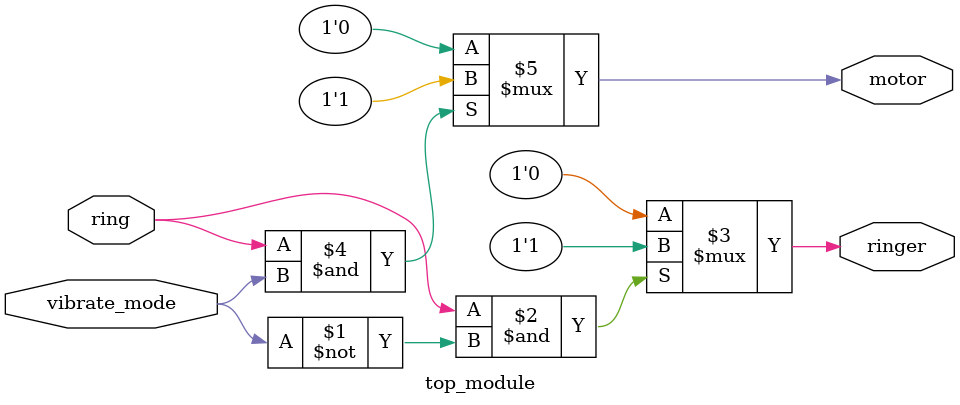
<source format=v>
module top_module (
    input ring,
    input vibrate_mode,
    output ringer,       // Make sound
    output motor         // Vibrate
);
  assign ringer = (ring & ~vibrate_mode) ? 1'b1 : 1'b0;
  assign motor = (ring & vibrate_mode) ? 1'b1 : 1'b0;
endmodule

</source>
